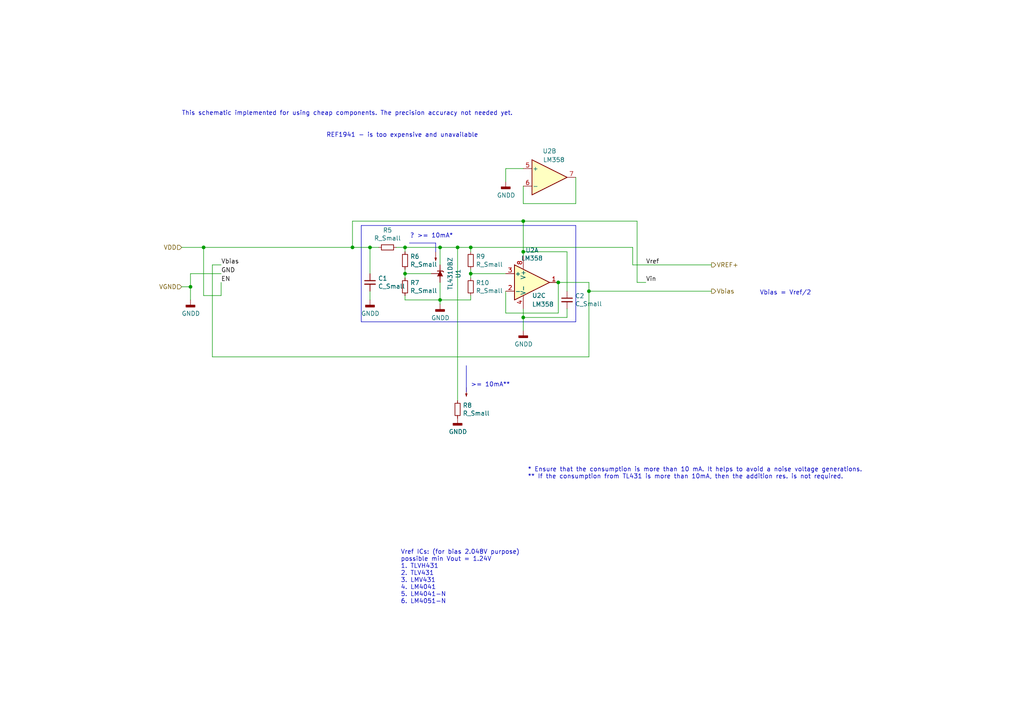
<source format=kicad_sch>
(kicad_sch (version 20250114) (generator "eeschema") (generator_version "9.0")
  (paper "A4")
  (lib_symbols
    (symbol "Amplifier_Operational:LM358" (pin_names (offset 0.127))
      (property "Reference" "U" (at 0 5.08 0))
      (property "Value" "LM358" (at 0 -5.08 0))
      (symbol "LM358_1_1"
        (polyline (pts (xy -5.08 5.08) (xy 5.08 0) (xy -5.08 -5.08) (xy -5.08 5.08)) (stroke (width 0.254)) (fill (type background)))
        (pin input line (at -7.62 2.54 0) (length 2.54) (name "+") (number "3"))
        (pin input line (at -7.62 -2.54 0) (length 2.54) (name "-") (number "2"))
        (pin output line (at 7.62 0 180) (length 2.54) (name "~") (number "1"))
      )
      (symbol "LM358_2_1"
        (polyline (pts (xy -5.08 5.08) (xy 5.08 0) (xy -5.08 -5.08) (xy -5.08 5.08)) (stroke (width 0.254)) (fill (type background)))
        (pin input line (at -7.62 2.54 0) (length 2.54) (name "+") (number "5"))
        (pin input line (at -7.62 -2.54 0) (length 2.54) (name "-") (number "6"))
        (pin output line (at 7.62 0 180) (length 2.54) (name "~") (number "7"))
      )
      (symbol "LM358_3_1"
        (pin power_in line (at -2.54 7.62 270) (length 3.81) (name "V+") (number "8"))
        (pin power_in line (at -2.54 -7.62 90) (length 3.81) (name "V-") (number "4"))
      )
    )
    (symbol "Device:C_Small" (pin_numbers (hide yes)) (pin_names (offset 0.254) (hide yes))
      (property "Reference" "C" (at 0.254 1.778 0))
      (property "Value" "C_Small" (at 0.254 -2.032 0))
      (symbol "C_Small_0_1"
        (polyline (pts (xy -1.524 0.508) (xy 1.524 0.508)) (stroke (width 0.3048)))
        (polyline (pts (xy -1.524 -0.508) (xy 1.524 -0.508)) (stroke (width 0.3302)))
      )
      (symbol "C_Small_1_1"
        (pin passive line (at 0 2.54 270) (length 2.032) (name "~") (number "1"))
        (pin passive line (at 0 -2.54 90) (length 2.032) (name "~") (number "2"))
      )
    )
    (symbol "Device:R_Small" (pin_numbers (hide yes)) (pin_names (offset 0.254) (hide yes))
      (property "Reference" "R" (at 0.762 0.508 0))
      (property "Value" "R_Small" (at 0.762 -1.016 0))
      (symbol "R_Small_0_1"
        (rectangle (start -0.762 1.778) (end 0.762 -1.778) (stroke (width 0.2032)))
      )
      (symbol "R_Small_1_1"
        (pin passive line (at 0 2.54 270) (length 0.762) (name "~") (number "1"))
        (pin passive line (at 0 -2.54 90) (length 0.762) (name "~") (number "2"))
      )
    )
    (symbol "Graphic:SYM_Arrow_Tiny" (in_bom no) (on_board no)
      (symbol "SYM_Arrow_Tiny_0_1"
        (polyline (pts (xy 1.27 0) (xy -1.27 0)))
        (polyline (pts (xy 1.27 0) (xy 0.508 -0.254) (xy 0.508 0.254) (xy 1.27 0)) (fill (type outline)))
      )
    )
    (symbol "Reference_Voltage:TL431DBZ" (pin_numbers (hide yes)) (pin_names (hide yes))
      (property "Reference" "U" (at -2.54 2.54 0))
      (property "Value" "TL431DBZ" (at 0 -2.54 0))
      (symbol "TL431DBZ_0_1"
        (polyline (pts (xy -1.27 0) (xy 0 0) (xy 1.27 0)))
        (polyline (pts (xy -0.762 0.762) (xy 0.762 0) (xy -0.762 -0.762)) (fill (type outline)))
        (polyline (pts (xy 0.508 -1.016) (xy 0.762 -0.762) (xy 0.762 0.762) (xy 0.762 0.762)) (stroke (width 0.254)))
      )
      (symbol "TL431DBZ_1_1"
        (pin passive line (at -2.54 0 0) (length 2.54) (name "A") (number "3"))
        (pin passive line (at 0 2.54 270) (length 2.54) (name "REF") (number "2"))
        (pin passive line (at 2.54 0 180) (length 2.54) (name "K") (number "1"))
      )
    )
    (symbol "power:GNDD" (power) (pin_names (offset 0))
      (property "Value" "GNDD" (at 0 -3.175 0))
      (symbol "GNDD_0_1"
        (rectangle (start -1.27 -1.524) (end 1.27 -2.032) (stroke (width 0.254)) (fill (type outline)))
        (polyline (pts (xy 0 0) (xy 0 -1.524)))
      )
      (symbol "GNDD_1_1"
        (pin power_in line (at 0 0 270) (length 0) (hide yes) (name "GNDD") (number "1"))
      )
    )
  )
  (text "REF1941 - is too expensive and unavailable" (at 94.615 40.005 0) (effects (font (size 1.27 1.27)) (justify left bottom)))
  (text "Vref ICs: (for bias 2.048V purpose)\npossible min Vout = 1.24V\n1. TLVH431\n2. TLV431\n3. LMV431 \n4. LM4041\n5. LM4041-N\n6. LM4051-N" (at 116.205 175.26 0) (effects (font (size 1.27 1.27)) (justify left bottom)))
  (text "Vbias = Vref/2" (at 220.345 85.725 0) (effects (font (size 1.27 1.27)) (justify left bottom)))
  (text ">= 10mA**" (at 136.525 112.395 0) (effects (font (size 1.27 1.27)) (justify left bottom)))
  (text "* Ensure that the consumption is more than 10 mA. It helps to avoid a noise voltage generations.\n** If the consumption from TL431 is more than 10mA, then the addition res. is not required." (at 153.035 139.065 0) (effects (font (size 1.27 1.27)) (justify left bottom)))
  (text "? >= 10mA*" (at 131.445 69.215 0) (effects (font (size 1.27 1.27)) (justify right bottom)))
  (text "This schematic implemented for using cheap components. The precision accuracy not needed yet." (at 52.705 33.655 0) (effects (font (size 1.27 1.27)) (justify left bottom)))
  (junction (at 136.525 71.755))
  (junction (at 136.525 79.375))
  (junction (at 59.055 71.755))
  (junction (at 117.475 71.755))
  (junction (at 127.635 71.755))
  (junction (at 170.815 84.455))
  (junction (at 161.925 81.915))
  (junction (at 117.475 79.375))
  (junction (at 151.765 73.025))
  (junction (at 151.765 92.075))
  (junction (at 107.315 71.755))
  (junction (at 127.635 86.995))
  (junction (at 55.245 83.185))
  (junction (at 132.715 71.755))
  (junction (at 102.235 71.755))
  (junction (at 151.765 64.135))
  (wire (pts (xy 151.765 73.025) (xy 164.465 73.025)))
  (wire (pts (xy 164.465 92.075) (xy 151.765 92.075)))
  (wire (pts (xy 117.475 73.025) (xy 117.475 71.755)))
  (wire (pts (xy 164.465 73.025) (xy 164.465 84.455)))
  (wire (pts (xy 55.245 86.995) (xy 55.245 83.185)))
  (wire (pts (xy 136.525 79.375) (xy 136.525 78.105)))
  (wire (pts (xy 170.815 84.455) (xy 170.815 81.915)))
  (wire (pts (xy 151.765 73.025) (xy 151.765 74.295)))
  (wire (pts (xy 52.705 83.185) (xy 55.245 83.185)))
  (wire (pts (xy 127.635 88.265) (xy 127.635 86.995)))
  (wire (pts (xy 146.685 90.805) (xy 161.925 90.805)))
  (wire (pts (xy 117.475 86.995) (xy 127.635 86.995)))
  (wire (pts (xy 151.765 59.055) (xy 167.005 59.055)))
  (wire (pts (xy 61.595 76.835) (xy 61.595 103.505)))
  (wire (pts (xy 117.475 71.755) (xy 127.635 71.755)))
  (wire (pts (xy 127.635 86.995) (xy 127.635 81.915)))
  (wire (pts (xy 170.815 103.505) (xy 170.815 84.455)))
  (wire (pts (xy 117.475 79.375) (xy 117.475 78.105)))
  (wire (pts (xy 146.685 84.455) (xy 146.685 90.805)))
  (wire (pts (xy 183.515 76.835) (xy 206.375 76.835)))
  (wire (pts (xy 151.765 92.075) (xy 151.765 89.535)))
  (polyline (pts (xy 135.255 106.045) (xy 135.255 113.665)))
  (polyline (pts (xy 104.775 93.345) (xy 167.005 93.345)))
  (wire (pts (xy 136.525 80.645) (xy 136.525 79.375)))
  (polyline (pts (xy 126.365 70.485) (xy 126.365 73.025)))
  (wire (pts (xy 117.475 79.375) (xy 125.095 79.375)))
  (wire (pts (xy 52.705 71.755) (xy 59.055 71.755)))
  (wire (pts (xy 55.245 83.185) (xy 55.245 79.375)))
  (wire (pts (xy 184.785 81.915) (xy 187.325 81.915)))
  (polyline (pts (xy 167.005 65.405) (xy 104.775 65.405)))
  (wire (pts (xy 164.465 89.535) (xy 164.465 92.075)))
  (wire (pts (xy 136.525 79.375) (xy 146.685 79.375)))
  (wire (pts (xy 146.685 52.705) (xy 146.685 48.895)))
  (wire (pts (xy 107.315 71.755) (xy 109.855 71.755)))
  (polyline (pts (xy 167.005 93.345) (xy 167.005 65.405)))
  (wire (pts (xy 114.935 71.755) (xy 117.475 71.755)))
  (wire (pts (xy 132.715 71.755) (xy 132.715 116.205)))
  (wire (pts (xy 151.765 53.975) (xy 151.765 59.055)))
  (wire (pts (xy 136.525 71.755) (xy 183.515 71.755)))
  (wire (pts (xy 167.005 59.055) (xy 167.005 51.435)))
  (wire (pts (xy 136.525 86.995) (xy 136.525 85.725)))
  (wire (pts (xy 59.055 71.755) (xy 59.055 85.725)))
  (wire (pts (xy 161.925 90.805) (xy 161.925 81.915)))
  (wire (pts (xy 151.765 64.135) (xy 151.765 73.025)))
  (wire (pts (xy 55.245 79.375) (xy 64.135 79.375)))
  (wire (pts (xy 59.055 85.725) (xy 64.135 85.725)))
  (wire (pts (xy 117.475 85.725) (xy 117.475 86.995)))
  (wire (pts (xy 127.635 71.755) (xy 132.715 71.755)))
  (wire (pts (xy 161.925 81.915) (xy 170.815 81.915)))
  (wire (pts (xy 127.635 71.755) (xy 127.635 76.835)))
  (wire (pts (xy 64.135 81.915) (xy 64.135 85.725)))
  (polyline (pts (xy 118.745 70.485) (xy 126.365 70.485)))
  (wire (pts (xy 183.515 71.755) (xy 183.515 76.835)))
  (wire (pts (xy 146.685 48.895) (xy 151.765 48.895)))
  (wire (pts (xy 184.785 64.135) (xy 184.785 81.915)))
  (wire (pts (xy 151.765 64.135) (xy 184.785 64.135)))
  (wire (pts (xy 170.815 84.455) (xy 206.375 84.455)))
  (wire (pts (xy 136.525 73.025) (xy 136.525 71.755)))
  (wire (pts (xy 151.765 95.885) (xy 151.765 92.075)))
  (polyline (pts (xy 104.775 65.405) (xy 104.775 93.345)))
  (wire (pts (xy 117.475 80.645) (xy 117.475 79.375)))
  (wire (pts (xy 59.055 71.755) (xy 102.235 71.755)))
  (wire (pts (xy 61.595 103.505) (xy 170.815 103.505)))
  (wire (pts (xy 102.235 71.755) (xy 102.235 64.135)))
  (wire (pts (xy 102.235 71.755) (xy 107.315 71.755)))
  (wire (pts (xy 127.635 86.995) (xy 136.525 86.995)))
  (wire (pts (xy 132.715 71.755) (xy 136.525 71.755)))
  (wire (pts (xy 107.315 79.375) (xy 107.315 71.755)))
  (wire (pts (xy 107.315 86.995) (xy 107.315 84.455)))
  (wire (pts (xy 61.595 76.835) (xy 64.135 76.835)))
  (wire (pts (xy 102.235 64.135) (xy 151.765 64.135)))
  (label "GND" (at 64.135 79.375 0))
  (label "Vin" (at 187.325 81.915 0))
  (label "Vbias" (at 64.135 76.835 0))
  (label "EN" (at 64.135 81.915 0))
  (label "Vref" (at 187.325 76.835 0))
  (hierarchical_label "VDD" (shape input) (at 52.705 71.755 180))
  (hierarchical_label "VGND" (shape input) (at 52.705 83.185 180))
  (hierarchical_label "VREF+" (shape output) (at 206.375 76.835 0))
  (hierarchical_label "Vbias" (shape output) (at 206.375 84.455 0))
  (symbol (lib_id "power:GNDD") (at 55.245 86.995 0) (unit 1)
    (property "Reference" "#PWR09" (effects (hide yes)))
    (property "Value" "GNDD" (at 55.3466 90.932 0))
  )
  (symbol (lib_id "power:GNDD") (at 132.715 121.285 0) (unit 1)
    (property "Reference" "#PWR012" (effects (hide yes)))
    (property "Value" "GNDD" (at 132.8166 125.222 0))
  )
  (symbol (lib_id "Amplifier_Operational:LM358") (at 159.385 51.435 0) (unit 2)
    (property "Reference" "U2" (at 159.385 43.815 0))
    (property "Value" "LM358" (at 160.655 46.355 0))
    (property "Footprint" "Package_SO:SO-8_5.3x6.2mm_P1.27mm" (effects (hide yes)))
    (property "Datasheet" "http://www.ti.com/lit/ds/symlink/lm2904-n.pdf" (effects (hide yes)))
  )
  (symbol (lib_id "power:GNDD") (at 146.685 52.705 0) (unit 1)
    (property "Reference" "#PWR013" (effects (hide yes)))
    (property "Value" "GNDD" (at 146.7866 56.642 0))
  )
  (symbol (lib_id "Amplifier_Operational:LM358") (at 154.305 81.915 0) (unit 3)
    (property "Reference" "U2" (at 154.305 85.725 0) (effects (justify left)))
    (property "Value" "LM358" (at 154.305 88.265 0) (effects (justify left)))
    (property "Footprint" "Package_SO:SO-8_5.3x6.2mm_P1.27mm" (effects (hide yes)))
    (property "Datasheet" "http://www.ti.com/lit/ds/symlink/lm2904-n.pdf" (effects (hide yes)))
  )
  (symbol (lib_id "Amplifier_Operational:LM358") (at 154.305 81.915 0) (unit 1)
    (property "Reference" "U2" (at 154.305 72.5932 0))
    (property "Value" "LM358" (at 154.305 74.9046 0))
    (property "Footprint" "Package_SO:SO-8_5.3x6.2mm_P1.27mm" (effects (hide yes)))
    (property "Datasheet" "http://www.ti.com/lit/ds/symlink/lm2904-n.pdf" (effects (hide yes)))
  )
  (symbol (lib_id "Device:R_Small") (at 117.475 75.565 0) (unit 1)
    (property "Reference" "R6" (at 118.9736 74.3966 0) (effects (justify left)))
    (property "Value" "R_Small" (at 118.9736 76.708 0) (effects (justify left)))
    (property "Footprint" "Resistor_SMD:R_0805_2012Metric" (effects (hide yes)))
  )
  (symbol (lib_id "Graphic:SYM_Arrow_Tiny") (at 126.365 74.295 270) (unit 1)
    (property "Reference" "#SYM5" (effects (hide yes)))
    (property "Value" "SYM_Arrow_Tiny" (effects (hide yes)))
  )
  (symbol (lib_id "Graphic:SYM_Arrow_Tiny") (at 135.255 113.665 270) (unit 1)
    (property "Reference" "#SYM6" (effects (hide yes)))
    (property "Value" "SYM_Arrow_Tiny" (effects (hide yes)))
  )
  (symbol (lib_id "Device:R_Small") (at 117.475 83.185 0) (unit 1)
    (property "Reference" "R7" (at 118.9736 82.0166 0) (effects (justify left)))
    (property "Value" "R_Small" (at 118.9736 84.328 0) (effects (justify left)))
    (property "Footprint" "Resistor_SMD:R_0805_2012Metric" (effects (hide yes)))
  )
  (symbol (lib_id "Device:C_Small") (at 164.465 86.995 0) (unit 1)
    (property "Reference" "C2" (at 166.8018 85.8266 0) (effects (justify left)))
    (property "Value" "C_Small" (at 166.8018 88.138 0) (effects (justify left)))
    (property "Footprint" "Capacitor_SMD:C_1206_3216Metric_Pad1.33x1.80mm_HandSolder" (effects (hide yes)))
  )
  (symbol (lib_id "power:GNDD") (at 107.315 86.995 0) (unit 1)
    (property "Reference" "#PWR010" (effects (hide yes)))
    (property "Value" "GNDD" (at 107.4166 90.932 0))
  )
  (symbol (lib_id "power:GNDD") (at 151.765 95.885 0) (unit 1)
    (property "Reference" "#PWR014" (effects (hide yes)))
    (property "Value" "GNDD" (at 151.8666 99.822 0))
  )
  (symbol (lib_id "Reference_Voltage:TL431DBZ") (at 127.635 79.375 90) (unit 1)
    (property "Reference" "U1" (at 132.8928 79.375 0))
    (property "Value" "TL431DBZ" (at 130.5814 79.375 0))
    (property "Footprint" "Package_TO_SOT_SMD:SOT-23" (effects (hide yes)))
    (property "Datasheet" "http://www.ti.com/lit/ds/symlink/tl431.pdf" (effects (hide yes)))
  )
  (symbol (lib_id "Device:R_Small") (at 136.525 75.565 0) (unit 1)
    (property "Reference" "R9" (at 138.0236 74.3966 0) (effects (justify left)))
    (property "Value" "R_Small" (at 138.0236 76.708 0) (effects (justify left)))
    (property "Footprint" "Resistor_SMD:R_0805_2012Metric" (effects (hide yes)))
  )
  (symbol (lib_id "Device:R_Small") (at 132.715 118.745 0) (unit 1)
    (property "Reference" "R8" (at 134.2136 117.5766 0) (effects (justify left)))
    (property "Value" "R_Small" (at 134.2136 119.888 0) (effects (justify left)))
    (property "Footprint" "Resistor_SMD:R_0805_2012Metric" (effects (hide yes)))
  )
  (symbol (lib_id "Device:C_Small") (at 107.315 81.915 0) (unit 1)
    (property "Reference" "C1" (at 109.6518 80.7466 0) (effects (justify left)))
    (property "Value" "C_Small" (at 109.6518 83.058 0) (effects (justify left)))
    (property "Footprint" "Capacitor_SMD:C_1206_3216Metric_Pad1.33x1.80mm_HandSolder" (effects (hide yes)))
  )
  (symbol (lib_id "power:GNDD") (at 127.635 88.265 0) (unit 1)
    (property "Reference" "#PWR011" (effects (hide yes)))
    (property "Value" "GNDD" (at 127.7366 92.202 0))
  )
  (symbol (lib_id "Device:R_Small") (at 136.525 83.185 0) (unit 1)
    (property "Reference" "R10" (at 138.0236 82.0166 0) (effects (justify left)))
    (property "Value" "R_Small" (at 138.0236 84.328 0) (effects (justify left)))
    (property "Footprint" "Resistor_SMD:R_0805_2012Metric" (effects (hide yes)))
  )
  (symbol (lib_id "Device:R_Small") (at 112.395 71.755 270) (unit 1)
    (property "Reference" "R5" (at 112.395 66.7766 90))
    (property "Value" "R_Small" (at 112.395 69.088 90))
    (property "Footprint" "Resistor_SMD:R_0805_2012Metric" (effects (hide yes)))
  )
)
</source>
